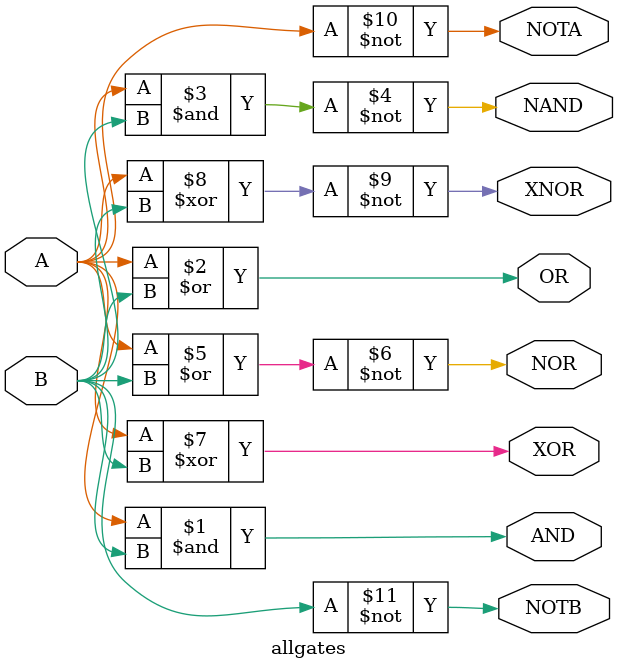
<source format=v>
module allgates(AND,OR,NOTA,NOTB,NAND,NOR,XOR,XNOR,A,B);
input A,B;
output AND,OR,NOTA,NOTB,NAND,NOR,XOR,XNOR;
and (AND,A,B);
or (OR,A,B);
not (NOTA,A);
not (NOTB,B);
nand (NAND,A,B);
nor (NOR,A,B);
xor (XOR,A,B);
xnor (XNOR,A,B);
endmodule    

</source>
